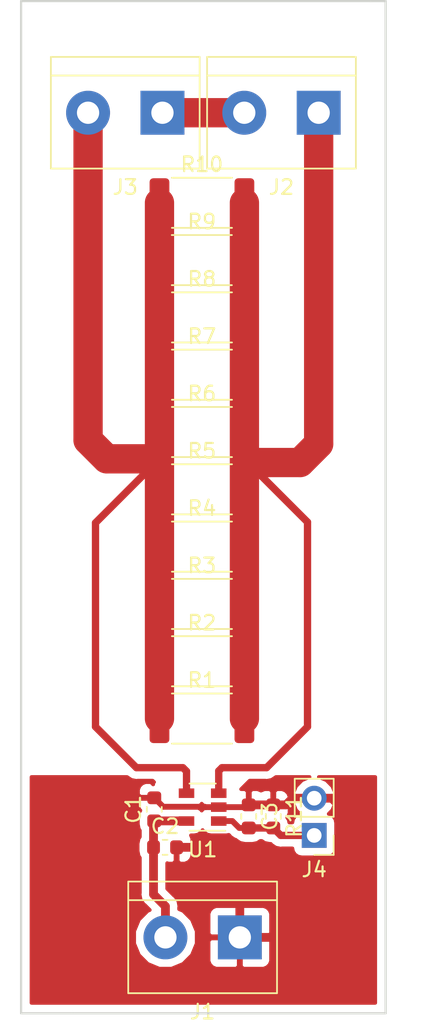
<source format=kicad_pcb>
(kicad_pcb (version 20171130) (host pcbnew "(5.0.0)")

  (general
    (thickness 1.6)
    (drawings 6)
    (tracks 60)
    (zones 0)
    (modules 19)
    (nets 7)
  )

  (page A4)
  (layers
    (0 F.Cu signal)
    (31 B.Cu signal)
    (32 B.Adhes user)
    (33 F.Adhes user)
    (34 B.Paste user)
    (35 F.Paste user)
    (36 B.SilkS user)
    (37 F.SilkS user)
    (38 B.Mask user)
    (39 F.Mask user)
    (40 Dwgs.User user)
    (41 Cmts.User user)
    (42 Eco1.User user)
    (43 Eco2.User user)
    (44 Edge.Cuts user)
    (45 Margin user)
    (46 B.CrtYd user)
    (47 F.CrtYd user)
    (48 B.Fab user)
    (49 F.Fab user)
  )

  (setup
    (last_trace_width 0.4)
    (trace_clearance 0.4)
    (zone_clearance 0.508)
    (zone_45_only no)
    (trace_min 0.4)
    (segment_width 0.2)
    (edge_width 0.15)
    (via_size 0.8)
    (via_drill 0.4)
    (via_min_size 0.4)
    (via_min_drill 0.3)
    (uvia_size 0.3)
    (uvia_drill 0.1)
    (uvias_allowed no)
    (uvia_min_size 0.2)
    (uvia_min_drill 0.1)
    (pcb_text_width 0.3)
    (pcb_text_size 1.5 1.5)
    (mod_edge_width 0.15)
    (mod_text_size 1 1)
    (mod_text_width 0.15)
    (pad_size 1.524 1.524)
    (pad_drill 0.762)
    (pad_to_mask_clearance 0.2)
    (aux_axis_origin 0 0)
    (visible_elements 7FFFFFFF)
    (pcbplotparams
      (layerselection 0x010fc_ffffffff)
      (usegerberextensions false)
      (usegerberattributes false)
      (usegerberadvancedattributes false)
      (creategerberjobfile false)
      (excludeedgelayer true)
      (linewidth 0.100000)
      (plotframeref false)
      (viasonmask false)
      (mode 1)
      (useauxorigin false)
      (hpglpennumber 1)
      (hpglpenspeed 20)
      (hpglpendiameter 15.000000)
      (psnegative false)
      (psa4output false)
      (plotreference true)
      (plotvalue true)
      (plotinvisibletext false)
      (padsonsilk false)
      (subtractmaskfromsilk false)
      (outputformat 1)
      (mirror false)
      (drillshape 1)
      (scaleselection 1)
      (outputdirectory ""))
  )

  (net 0 "")
  (net 1 VCC)
  (net 2 GND)
  (net 3 "Net-(J2-Pad2)")
  (net 4 /VOUT)
  (net 5 /I+)
  (net 6 /I-)

  (net_class Default "This is the default net class."
    (clearance 0.4)
    (trace_width 0.4)
    (via_dia 0.8)
    (via_drill 0.4)
    (uvia_dia 0.3)
    (uvia_drill 0.1)
    (diff_pair_gap 0.4)
    (diff_pair_width 0.5)
    (add_net /I+)
    (add_net /I-)
    (add_net /VOUT)
    (add_net GND)
    (add_net "Net-(J2-Pad2)")
    (add_net VCC)
  )

  (module Capacitor_SMD:C_0603_1608Metric (layer F.Cu) (tedit 5B301BBE) (tstamp 5BC71E4D)
    (at 133.5532 140.5128 90)
    (descr "Capacitor SMD 0603 (1608 Metric), square (rectangular) end terminal, IPC_7351 nominal, (Body size source: http://www.tortai-tech.com/upload/download/2011102023233369053.pdf), generated with kicad-footprint-generator")
    (tags capacitor)
    (path /5BBB88D5)
    (attr smd)
    (fp_text reference C1 (at 0 -1.43 90) (layer F.SilkS)
      (effects (font (size 1 1) (thickness 0.15)))
    )
    (fp_text value C (at 0 1.43 90) (layer F.Fab)
      (effects (font (size 1 1) (thickness 0.15)))
    )
    (fp_line (start -0.8 0.4) (end -0.8 -0.4) (layer F.Fab) (width 0.1))
    (fp_line (start -0.8 -0.4) (end 0.8 -0.4) (layer F.Fab) (width 0.1))
    (fp_line (start 0.8 -0.4) (end 0.8 0.4) (layer F.Fab) (width 0.1))
    (fp_line (start 0.8 0.4) (end -0.8 0.4) (layer F.Fab) (width 0.1))
    (fp_line (start -0.162779 -0.51) (end 0.162779 -0.51) (layer F.SilkS) (width 0.12))
    (fp_line (start -0.162779 0.51) (end 0.162779 0.51) (layer F.SilkS) (width 0.12))
    (fp_line (start -1.48 0.73) (end -1.48 -0.73) (layer F.CrtYd) (width 0.05))
    (fp_line (start -1.48 -0.73) (end 1.48 -0.73) (layer F.CrtYd) (width 0.05))
    (fp_line (start 1.48 -0.73) (end 1.48 0.73) (layer F.CrtYd) (width 0.05))
    (fp_line (start 1.48 0.73) (end -1.48 0.73) (layer F.CrtYd) (width 0.05))
    (fp_text user %R (at 0 0 90) (layer F.Fab)
      (effects (font (size 0.4 0.4) (thickness 0.06)))
    )
    (pad 1 smd roundrect (at -0.7875 0 90) (size 0.875 0.95) (layers F.Cu F.Paste F.Mask) (roundrect_rratio 0.25)
      (net 1 VCC))
    (pad 2 smd roundrect (at 0.7875 0 90) (size 0.875 0.95) (layers F.Cu F.Paste F.Mask) (roundrect_rratio 0.25)
      (net 2 GND))
    (model ${KISYS3DMOD}/Capacitor_SMD.3dshapes/C_0603_1608Metric.wrl
      (at (xyz 0 0 0))
      (scale (xyz 1 1 1))
      (rotate (xyz 0 0 0))
    )
  )

  (module Capacitor_SMD:C_0603_1608Metric (layer F.Cu) (tedit 5B301BBE) (tstamp 5BC71FE2)
    (at 134.2899 143.1036)
    (descr "Capacitor SMD 0603 (1608 Metric), square (rectangular) end terminal, IPC_7351 nominal, (Body size source: http://www.tortai-tech.com/upload/download/2011102023233369053.pdf), generated with kicad-footprint-generator")
    (tags capacitor)
    (path /5BBB872D)
    (attr smd)
    (fp_text reference C2 (at 0 -1.43) (layer F.SilkS)
      (effects (font (size 1 1) (thickness 0.15)))
    )
    (fp_text value C (at 0 1.43) (layer F.Fab)
      (effects (font (size 1 1) (thickness 0.15)))
    )
    (fp_text user %R (at 0 0) (layer F.Fab)
      (effects (font (size 0.4 0.4) (thickness 0.06)))
    )
    (fp_line (start 1.48 0.73) (end -1.48 0.73) (layer F.CrtYd) (width 0.05))
    (fp_line (start 1.48 -0.73) (end 1.48 0.73) (layer F.CrtYd) (width 0.05))
    (fp_line (start -1.48 -0.73) (end 1.48 -0.73) (layer F.CrtYd) (width 0.05))
    (fp_line (start -1.48 0.73) (end -1.48 -0.73) (layer F.CrtYd) (width 0.05))
    (fp_line (start -0.162779 0.51) (end 0.162779 0.51) (layer F.SilkS) (width 0.12))
    (fp_line (start -0.162779 -0.51) (end 0.162779 -0.51) (layer F.SilkS) (width 0.12))
    (fp_line (start 0.8 0.4) (end -0.8 0.4) (layer F.Fab) (width 0.1))
    (fp_line (start 0.8 -0.4) (end 0.8 0.4) (layer F.Fab) (width 0.1))
    (fp_line (start -0.8 -0.4) (end 0.8 -0.4) (layer F.Fab) (width 0.1))
    (fp_line (start -0.8 0.4) (end -0.8 -0.4) (layer F.Fab) (width 0.1))
    (pad 2 smd roundrect (at 0.7875 0) (size 0.875 0.95) (layers F.Cu F.Paste F.Mask) (roundrect_rratio 0.25)
      (net 2 GND))
    (pad 1 smd roundrect (at -0.7875 0) (size 0.875 0.95) (layers F.Cu F.Paste F.Mask) (roundrect_rratio 0.25)
      (net 1 VCC))
    (model ${KISYS3DMOD}/Capacitor_SMD.3dshapes/C_0603_1608Metric.wrl
      (at (xyz 0 0 0))
      (scale (xyz 1 1 1))
      (rotate (xyz 0 0 0))
    )
  )

  (module Capacitor_SMD:C_0603_1608Metric (layer F.Cu) (tedit 5B301BBE) (tstamp 5BC71D8D)
    (at 140.0048 140.9953 270)
    (descr "Capacitor SMD 0603 (1608 Metric), square (rectangular) end terminal, IPC_7351 nominal, (Body size source: http://www.tortai-tech.com/upload/download/2011102023233369053.pdf), generated with kicad-footprint-generator")
    (tags capacitor)
    (path /5BBB1122)
    (attr smd)
    (fp_text reference C3 (at 0 -1.43 270) (layer F.SilkS)
      (effects (font (size 1 1) (thickness 0.15)))
    )
    (fp_text value C (at 0 1.43 270) (layer F.Fab)
      (effects (font (size 1 1) (thickness 0.15)))
    )
    (fp_line (start -0.8 0.4) (end -0.8 -0.4) (layer F.Fab) (width 0.1))
    (fp_line (start -0.8 -0.4) (end 0.8 -0.4) (layer F.Fab) (width 0.1))
    (fp_line (start 0.8 -0.4) (end 0.8 0.4) (layer F.Fab) (width 0.1))
    (fp_line (start 0.8 0.4) (end -0.8 0.4) (layer F.Fab) (width 0.1))
    (fp_line (start -0.162779 -0.51) (end 0.162779 -0.51) (layer F.SilkS) (width 0.12))
    (fp_line (start -0.162779 0.51) (end 0.162779 0.51) (layer F.SilkS) (width 0.12))
    (fp_line (start -1.48 0.73) (end -1.48 -0.73) (layer F.CrtYd) (width 0.05))
    (fp_line (start -1.48 -0.73) (end 1.48 -0.73) (layer F.CrtYd) (width 0.05))
    (fp_line (start 1.48 -0.73) (end 1.48 0.73) (layer F.CrtYd) (width 0.05))
    (fp_line (start 1.48 0.73) (end -1.48 0.73) (layer F.CrtYd) (width 0.05))
    (fp_text user %R (at 0 0 270) (layer F.Fab)
      (effects (font (size 0.4 0.4) (thickness 0.06)))
    )
    (pad 1 smd roundrect (at -0.7875 0 270) (size 0.875 0.95) (layers F.Cu F.Paste F.Mask) (roundrect_rratio 0.25)
      (net 2 GND))
    (pad 2 smd roundrect (at 0.7875 0 270) (size 0.875 0.95) (layers F.Cu F.Paste F.Mask) (roundrect_rratio 0.25)
      (net 4 /VOUT))
    (model ${KISYS3DMOD}/Capacitor_SMD.3dshapes/C_0603_1608Metric.wrl
      (at (xyz 0 0 0))
      (scale (xyz 1 1 1))
      (rotate (xyz 0 0 0))
    )
  )

  (module TerminalBlock:TerminalBlock_bornier-2_P5.08mm (layer F.Cu) (tedit 59FF03AB) (tstamp 5BC71C17)
    (at 139.3952 149.2504 180)
    (descr "simple 2-pin terminal block, pitch 5.08mm, revamped version of bornier2")
    (tags "terminal block bornier2")
    (path /5BBB102C)
    (fp_text reference J1 (at 2.54 -5.08 180) (layer F.SilkS)
      (effects (font (size 1 1) (thickness 0.15)))
    )
    (fp_text value Screw_Terminal_01x02 (at 2.54 5.08 180) (layer F.Fab)
      (effects (font (size 1 1) (thickness 0.15)))
    )
    (fp_text user %R (at 2.54 0 180) (layer F.Fab)
      (effects (font (size 1 1) (thickness 0.15)))
    )
    (fp_line (start -2.41 2.55) (end 7.49 2.55) (layer F.Fab) (width 0.1))
    (fp_line (start -2.46 -3.75) (end -2.46 3.75) (layer F.Fab) (width 0.1))
    (fp_line (start -2.46 3.75) (end 7.54 3.75) (layer F.Fab) (width 0.1))
    (fp_line (start 7.54 3.75) (end 7.54 -3.75) (layer F.Fab) (width 0.1))
    (fp_line (start 7.54 -3.75) (end -2.46 -3.75) (layer F.Fab) (width 0.1))
    (fp_line (start 7.62 2.54) (end -2.54 2.54) (layer F.SilkS) (width 0.12))
    (fp_line (start 7.62 3.81) (end 7.62 -3.81) (layer F.SilkS) (width 0.12))
    (fp_line (start 7.62 -3.81) (end -2.54 -3.81) (layer F.SilkS) (width 0.12))
    (fp_line (start -2.54 -3.81) (end -2.54 3.81) (layer F.SilkS) (width 0.12))
    (fp_line (start -2.54 3.81) (end 7.62 3.81) (layer F.SilkS) (width 0.12))
    (fp_line (start -2.71 -4) (end 7.79 -4) (layer F.CrtYd) (width 0.05))
    (fp_line (start -2.71 -4) (end -2.71 4) (layer F.CrtYd) (width 0.05))
    (fp_line (start 7.79 4) (end 7.79 -4) (layer F.CrtYd) (width 0.05))
    (fp_line (start 7.79 4) (end -2.71 4) (layer F.CrtYd) (width 0.05))
    (pad 1 thru_hole rect (at 0 0 180) (size 3 3) (drill 1.52) (layers *.Cu *.Mask)
      (net 2 GND))
    (pad 2 thru_hole circle (at 5.08 0 180) (size 3 3) (drill 1.52) (layers *.Cu *.Mask)
      (net 1 VCC))
    (model ${KISYS3DMOD}/TerminalBlock.3dshapes/TerminalBlock_bornier-2_P5.08mm.wrl
      (offset (xyz 2.539999961853027 0 0))
      (scale (xyz 1 1 1))
      (rotate (xyz 0 0 0))
    )
  )

  (module TerminalBlock:TerminalBlock_bornier-2_P5.08mm (layer F.Cu) (tedit 59FF03AB) (tstamp 5BC71EE7)
    (at 144.78 92.964 180)
    (descr "simple 2-pin terminal block, pitch 5.08mm, revamped version of bornier2")
    (tags "terminal block bornier2")
    (path /5BBB0E48)
    (fp_text reference J2 (at 2.54 -5.08 180) (layer F.SilkS)
      (effects (font (size 1 1) (thickness 0.15)))
    )
    (fp_text value Screw_Terminal_01x02 (at 2.54 5.08 180) (layer F.Fab)
      (effects (font (size 1 1) (thickness 0.15)))
    )
    (fp_text user %R (at 2.54 0 180) (layer F.Fab)
      (effects (font (size 1 1) (thickness 0.15)))
    )
    (fp_line (start -2.41 2.55) (end 7.49 2.55) (layer F.Fab) (width 0.1))
    (fp_line (start -2.46 -3.75) (end -2.46 3.75) (layer F.Fab) (width 0.1))
    (fp_line (start -2.46 3.75) (end 7.54 3.75) (layer F.Fab) (width 0.1))
    (fp_line (start 7.54 3.75) (end 7.54 -3.75) (layer F.Fab) (width 0.1))
    (fp_line (start 7.54 -3.75) (end -2.46 -3.75) (layer F.Fab) (width 0.1))
    (fp_line (start 7.62 2.54) (end -2.54 2.54) (layer F.SilkS) (width 0.12))
    (fp_line (start 7.62 3.81) (end 7.62 -3.81) (layer F.SilkS) (width 0.12))
    (fp_line (start 7.62 -3.81) (end -2.54 -3.81) (layer F.SilkS) (width 0.12))
    (fp_line (start -2.54 -3.81) (end -2.54 3.81) (layer F.SilkS) (width 0.12))
    (fp_line (start -2.54 3.81) (end 7.62 3.81) (layer F.SilkS) (width 0.12))
    (fp_line (start -2.71 -4) (end 7.79 -4) (layer F.CrtYd) (width 0.05))
    (fp_line (start -2.71 -4) (end -2.71 4) (layer F.CrtYd) (width 0.05))
    (fp_line (start 7.79 4) (end 7.79 -4) (layer F.CrtYd) (width 0.05))
    (fp_line (start 7.79 4) (end -2.71 4) (layer F.CrtYd) (width 0.05))
    (pad 1 thru_hole rect (at 0 0 180) (size 3 3) (drill 1.52) (layers *.Cu *.Mask)
      (net 5 /I+))
    (pad 2 thru_hole circle (at 5.08 0 180) (size 3 3) (drill 1.52) (layers *.Cu *.Mask)
      (net 3 "Net-(J2-Pad2)"))
    (model ${KISYS3DMOD}/TerminalBlock.3dshapes/TerminalBlock_bornier-2_P5.08mm.wrl
      (offset (xyz 2.539999961853027 0 0))
      (scale (xyz 1 1 1))
      (rotate (xyz 0 0 0))
    )
  )

  (module TerminalBlock:TerminalBlock_bornier-2_P5.08mm (layer F.Cu) (tedit 59FF03AB) (tstamp 5BC71B7B)
    (at 134.112 92.964 180)
    (descr "simple 2-pin terminal block, pitch 5.08mm, revamped version of bornier2")
    (tags "terminal block bornier2")
    (path /5BBB0FC6)
    (fp_text reference J3 (at 2.54 -5.08 180) (layer F.SilkS)
      (effects (font (size 1 1) (thickness 0.15)))
    )
    (fp_text value Screw_Terminal_01x02 (at 2.54 5.08 180) (layer F.Fab)
      (effects (font (size 1 1) (thickness 0.15)))
    )
    (fp_line (start 7.79 4) (end -2.71 4) (layer F.CrtYd) (width 0.05))
    (fp_line (start 7.79 4) (end 7.79 -4) (layer F.CrtYd) (width 0.05))
    (fp_line (start -2.71 -4) (end -2.71 4) (layer F.CrtYd) (width 0.05))
    (fp_line (start -2.71 -4) (end 7.79 -4) (layer F.CrtYd) (width 0.05))
    (fp_line (start -2.54 3.81) (end 7.62 3.81) (layer F.SilkS) (width 0.12))
    (fp_line (start -2.54 -3.81) (end -2.54 3.81) (layer F.SilkS) (width 0.12))
    (fp_line (start 7.62 -3.81) (end -2.54 -3.81) (layer F.SilkS) (width 0.12))
    (fp_line (start 7.62 3.81) (end 7.62 -3.81) (layer F.SilkS) (width 0.12))
    (fp_line (start 7.62 2.54) (end -2.54 2.54) (layer F.SilkS) (width 0.12))
    (fp_line (start 7.54 -3.75) (end -2.46 -3.75) (layer F.Fab) (width 0.1))
    (fp_line (start 7.54 3.75) (end 7.54 -3.75) (layer F.Fab) (width 0.1))
    (fp_line (start -2.46 3.75) (end 7.54 3.75) (layer F.Fab) (width 0.1))
    (fp_line (start -2.46 -3.75) (end -2.46 3.75) (layer F.Fab) (width 0.1))
    (fp_line (start -2.41 2.55) (end 7.49 2.55) (layer F.Fab) (width 0.1))
    (fp_text user %R (at 2.54 0 180) (layer F.Fab)
      (effects (font (size 1 1) (thickness 0.15)))
    )
    (pad 2 thru_hole circle (at 5.08 0 180) (size 3 3) (drill 1.52) (layers *.Cu *.Mask)
      (net 6 /I-))
    (pad 1 thru_hole rect (at 0 0 180) (size 3 3) (drill 1.52) (layers *.Cu *.Mask)
      (net 3 "Net-(J2-Pad2)"))
    (model ${KISYS3DMOD}/TerminalBlock.3dshapes/TerminalBlock_bornier-2_P5.08mm.wrl
      (offset (xyz 2.539999961853027 0 0))
      (scale (xyz 1 1 1))
      (rotate (xyz 0 0 0))
    )
  )

  (module Resistor_SMD:R_2512_6332Metric (layer F.Cu) (tedit 5B301BBD) (tstamp 5BC71D5D)
    (at 136.8088 134.3152)
    (descr "Resistor SMD 2512 (6332 Metric), square (rectangular) end terminal, IPC_7351 nominal, (Body size source: http://www.tortai-tech.com/upload/download/2011102023233369053.pdf), generated with kicad-footprint-generator")
    (tags resistor)
    (path /5BBACF5F)
    (attr smd)
    (fp_text reference R1 (at 0 -2.62) (layer F.SilkS)
      (effects (font (size 1 1) (thickness 0.15)))
    )
    (fp_text value R (at 0 2.62) (layer F.Fab)
      (effects (font (size 1 1) (thickness 0.15)))
    )
    (fp_text user %R (at 0 0) (layer F.Fab)
      (effects (font (size 1 1) (thickness 0.15)))
    )
    (fp_line (start 3.82 1.92) (end -3.82 1.92) (layer F.CrtYd) (width 0.05))
    (fp_line (start 3.82 -1.92) (end 3.82 1.92) (layer F.CrtYd) (width 0.05))
    (fp_line (start -3.82 -1.92) (end 3.82 -1.92) (layer F.CrtYd) (width 0.05))
    (fp_line (start -3.82 1.92) (end -3.82 -1.92) (layer F.CrtYd) (width 0.05))
    (fp_line (start -2.052064 1.71) (end 2.052064 1.71) (layer F.SilkS) (width 0.12))
    (fp_line (start -2.052064 -1.71) (end 2.052064 -1.71) (layer F.SilkS) (width 0.12))
    (fp_line (start 3.15 1.6) (end -3.15 1.6) (layer F.Fab) (width 0.1))
    (fp_line (start 3.15 -1.6) (end 3.15 1.6) (layer F.Fab) (width 0.1))
    (fp_line (start -3.15 -1.6) (end 3.15 -1.6) (layer F.Fab) (width 0.1))
    (fp_line (start -3.15 1.6) (end -3.15 -1.6) (layer F.Fab) (width 0.1))
    (pad 2 smd roundrect (at 2.9 0) (size 1.35 3.35) (layers F.Cu F.Paste F.Mask) (roundrect_rratio 0.185185)
      (net 5 /I+))
    (pad 1 smd roundrect (at -2.9 0) (size 1.35 3.35) (layers F.Cu F.Paste F.Mask) (roundrect_rratio 0.185185)
      (net 6 /I-))
    (model ${KISYS3DMOD}/Resistor_SMD.3dshapes/R_2512_6332Metric.wrl
      (at (xyz 0 0 0))
      (scale (xyz 1 1 1))
      (rotate (xyz 0 0 0))
    )
  )

  (module Resistor_SMD:R_2512_6332Metric (layer F.Cu) (tedit 5B301BBD) (tstamp 5BC71D2D)
    (at 136.8088 130.4036)
    (descr "Resistor SMD 2512 (6332 Metric), square (rectangular) end terminal, IPC_7351 nominal, (Body size source: http://www.tortai-tech.com/upload/download/2011102023233369053.pdf), generated with kicad-footprint-generator")
    (tags resistor)
    (path /5BBACF36)
    (attr smd)
    (fp_text reference R2 (at 0 -2.62) (layer F.SilkS)
      (effects (font (size 1 1) (thickness 0.15)))
    )
    (fp_text value R (at 0 2.62) (layer F.Fab)
      (effects (font (size 1 1) (thickness 0.15)))
    )
    (fp_line (start -3.15 1.6) (end -3.15 -1.6) (layer F.Fab) (width 0.1))
    (fp_line (start -3.15 -1.6) (end 3.15 -1.6) (layer F.Fab) (width 0.1))
    (fp_line (start 3.15 -1.6) (end 3.15 1.6) (layer F.Fab) (width 0.1))
    (fp_line (start 3.15 1.6) (end -3.15 1.6) (layer F.Fab) (width 0.1))
    (fp_line (start -2.052064 -1.71) (end 2.052064 -1.71) (layer F.SilkS) (width 0.12))
    (fp_line (start -2.052064 1.71) (end 2.052064 1.71) (layer F.SilkS) (width 0.12))
    (fp_line (start -3.82 1.92) (end -3.82 -1.92) (layer F.CrtYd) (width 0.05))
    (fp_line (start -3.82 -1.92) (end 3.82 -1.92) (layer F.CrtYd) (width 0.05))
    (fp_line (start 3.82 -1.92) (end 3.82 1.92) (layer F.CrtYd) (width 0.05))
    (fp_line (start 3.82 1.92) (end -3.82 1.92) (layer F.CrtYd) (width 0.05))
    (fp_text user %R (at 0 0) (layer F.Fab)
      (effects (font (size 1 1) (thickness 0.15)))
    )
    (pad 1 smd roundrect (at -2.9 0) (size 1.35 3.35) (layers F.Cu F.Paste F.Mask) (roundrect_rratio 0.185185)
      (net 6 /I-))
    (pad 2 smd roundrect (at 2.9 0) (size 1.35 3.35) (layers F.Cu F.Paste F.Mask) (roundrect_rratio 0.185185)
      (net 5 /I+))
    (model ${KISYS3DMOD}/Resistor_SMD.3dshapes/R_2512_6332Metric.wrl
      (at (xyz 0 0 0))
      (scale (xyz 1 1 1))
      (rotate (xyz 0 0 0))
    )
  )

  (module Resistor_SMD:R_2512_6332Metric (layer F.Cu) (tedit 5B301BBD) (tstamp 5BC71BE3)
    (at 136.8088 126.492)
    (descr "Resistor SMD 2512 (6332 Metric), square (rectangular) end terminal, IPC_7351 nominal, (Body size source: http://www.tortai-tech.com/upload/download/2011102023233369053.pdf), generated with kicad-footprint-generator")
    (tags resistor)
    (path /5BBACF0F)
    (attr smd)
    (fp_text reference R3 (at 0 -2.62) (layer F.SilkS)
      (effects (font (size 1 1) (thickness 0.15)))
    )
    (fp_text value R (at 0 2.62) (layer F.Fab)
      (effects (font (size 1 1) (thickness 0.15)))
    )
    (fp_text user %R (at 0 0) (layer F.Fab)
      (effects (font (size 1 1) (thickness 0.15)))
    )
    (fp_line (start 3.82 1.92) (end -3.82 1.92) (layer F.CrtYd) (width 0.05))
    (fp_line (start 3.82 -1.92) (end 3.82 1.92) (layer F.CrtYd) (width 0.05))
    (fp_line (start -3.82 -1.92) (end 3.82 -1.92) (layer F.CrtYd) (width 0.05))
    (fp_line (start -3.82 1.92) (end -3.82 -1.92) (layer F.CrtYd) (width 0.05))
    (fp_line (start -2.052064 1.71) (end 2.052064 1.71) (layer F.SilkS) (width 0.12))
    (fp_line (start -2.052064 -1.71) (end 2.052064 -1.71) (layer F.SilkS) (width 0.12))
    (fp_line (start 3.15 1.6) (end -3.15 1.6) (layer F.Fab) (width 0.1))
    (fp_line (start 3.15 -1.6) (end 3.15 1.6) (layer F.Fab) (width 0.1))
    (fp_line (start -3.15 -1.6) (end 3.15 -1.6) (layer F.Fab) (width 0.1))
    (fp_line (start -3.15 1.6) (end -3.15 -1.6) (layer F.Fab) (width 0.1))
    (pad 2 smd roundrect (at 2.9 0) (size 1.35 3.35) (layers F.Cu F.Paste F.Mask) (roundrect_rratio 0.185185)
      (net 5 /I+))
    (pad 1 smd roundrect (at -2.9 0) (size 1.35 3.35) (layers F.Cu F.Paste F.Mask) (roundrect_rratio 0.185185)
      (net 6 /I-))
    (model ${KISYS3DMOD}/Resistor_SMD.3dshapes/R_2512_6332Metric.wrl
      (at (xyz 0 0 0))
      (scale (xyz 1 1 1))
      (rotate (xyz 0 0 0))
    )
  )

  (module Resistor_SMD:R_2512_6332Metric (layer F.Cu) (tedit 5B301BBD) (tstamp 5BC71E1D)
    (at 136.8088 122.5804)
    (descr "Resistor SMD 2512 (6332 Metric), square (rectangular) end terminal, IPC_7351 nominal, (Body size source: http://www.tortai-tech.com/upload/download/2011102023233369053.pdf), generated with kicad-footprint-generator")
    (tags resistor)
    (path /5BBACEEA)
    (attr smd)
    (fp_text reference R4 (at 0 -2.62) (layer F.SilkS)
      (effects (font (size 1 1) (thickness 0.15)))
    )
    (fp_text value R (at 0 2.62) (layer F.Fab)
      (effects (font (size 1 1) (thickness 0.15)))
    )
    (fp_line (start -3.15 1.6) (end -3.15 -1.6) (layer F.Fab) (width 0.1))
    (fp_line (start -3.15 -1.6) (end 3.15 -1.6) (layer F.Fab) (width 0.1))
    (fp_line (start 3.15 -1.6) (end 3.15 1.6) (layer F.Fab) (width 0.1))
    (fp_line (start 3.15 1.6) (end -3.15 1.6) (layer F.Fab) (width 0.1))
    (fp_line (start -2.052064 -1.71) (end 2.052064 -1.71) (layer F.SilkS) (width 0.12))
    (fp_line (start -2.052064 1.71) (end 2.052064 1.71) (layer F.SilkS) (width 0.12))
    (fp_line (start -3.82 1.92) (end -3.82 -1.92) (layer F.CrtYd) (width 0.05))
    (fp_line (start -3.82 -1.92) (end 3.82 -1.92) (layer F.CrtYd) (width 0.05))
    (fp_line (start 3.82 -1.92) (end 3.82 1.92) (layer F.CrtYd) (width 0.05))
    (fp_line (start 3.82 1.92) (end -3.82 1.92) (layer F.CrtYd) (width 0.05))
    (fp_text user %R (at 0 0) (layer F.Fab)
      (effects (font (size 1 1) (thickness 0.15)))
    )
    (pad 1 smd roundrect (at -2.9 0) (size 1.35 3.35) (layers F.Cu F.Paste F.Mask) (roundrect_rratio 0.185185)
      (net 6 /I-))
    (pad 2 smd roundrect (at 2.9 0) (size 1.35 3.35) (layers F.Cu F.Paste F.Mask) (roundrect_rratio 0.185185)
      (net 5 /I+))
    (model ${KISYS3DMOD}/Resistor_SMD.3dshapes/R_2512_6332Metric.wrl
      (at (xyz 0 0 0))
      (scale (xyz 1 1 1))
      (rotate (xyz 0 0 0))
    )
  )

  (module Resistor_SMD:R_2512_6332Metric (layer F.Cu) (tedit 5B301BBD) (tstamp 5BC71B17)
    (at 136.8088 118.6688)
    (descr "Resistor SMD 2512 (6332 Metric), square (rectangular) end terminal, IPC_7351 nominal, (Body size source: http://www.tortai-tech.com/upload/download/2011102023233369053.pdf), generated with kicad-footprint-generator")
    (tags resistor)
    (path /5BBACEC7)
    (attr smd)
    (fp_text reference R5 (at 0 -2.62) (layer F.SilkS)
      (effects (font (size 1 1) (thickness 0.15)))
    )
    (fp_text value R (at 0 2.62) (layer F.Fab)
      (effects (font (size 1 1) (thickness 0.15)))
    )
    (fp_text user %R (at 0 0) (layer F.Fab)
      (effects (font (size 1 1) (thickness 0.15)))
    )
    (fp_line (start 3.82 1.92) (end -3.82 1.92) (layer F.CrtYd) (width 0.05))
    (fp_line (start 3.82 -1.92) (end 3.82 1.92) (layer F.CrtYd) (width 0.05))
    (fp_line (start -3.82 -1.92) (end 3.82 -1.92) (layer F.CrtYd) (width 0.05))
    (fp_line (start -3.82 1.92) (end -3.82 -1.92) (layer F.CrtYd) (width 0.05))
    (fp_line (start -2.052064 1.71) (end 2.052064 1.71) (layer F.SilkS) (width 0.12))
    (fp_line (start -2.052064 -1.71) (end 2.052064 -1.71) (layer F.SilkS) (width 0.12))
    (fp_line (start 3.15 1.6) (end -3.15 1.6) (layer F.Fab) (width 0.1))
    (fp_line (start 3.15 -1.6) (end 3.15 1.6) (layer F.Fab) (width 0.1))
    (fp_line (start -3.15 -1.6) (end 3.15 -1.6) (layer F.Fab) (width 0.1))
    (fp_line (start -3.15 1.6) (end -3.15 -1.6) (layer F.Fab) (width 0.1))
    (pad 2 smd roundrect (at 2.9 0) (size 1.35 3.35) (layers F.Cu F.Paste F.Mask) (roundrect_rratio 0.185185)
      (net 5 /I+))
    (pad 1 smd roundrect (at -2.9 0) (size 1.35 3.35) (layers F.Cu F.Paste F.Mask) (roundrect_rratio 0.185185)
      (net 6 /I-))
    (model ${KISYS3DMOD}/Resistor_SMD.3dshapes/R_2512_6332Metric.wrl
      (at (xyz 0 0 0))
      (scale (xyz 1 1 1))
      (rotate (xyz 0 0 0))
    )
  )

  (module Resistor_SMD:R_2512_6332Metric (layer F.Cu) (tedit 5B301BBD) (tstamp 5BC71BB3)
    (at 136.8088 114.7572)
    (descr "Resistor SMD 2512 (6332 Metric), square (rectangular) end terminal, IPC_7351 nominal, (Body size source: http://www.tortai-tech.com/upload/download/2011102023233369053.pdf), generated with kicad-footprint-generator")
    (tags resistor)
    (path /5BBACEA6)
    (attr smd)
    (fp_text reference R6 (at 0 -2.62) (layer F.SilkS)
      (effects (font (size 1 1) (thickness 0.15)))
    )
    (fp_text value R (at 0 2.62) (layer F.Fab)
      (effects (font (size 1 1) (thickness 0.15)))
    )
    (fp_line (start -3.15 1.6) (end -3.15 -1.6) (layer F.Fab) (width 0.1))
    (fp_line (start -3.15 -1.6) (end 3.15 -1.6) (layer F.Fab) (width 0.1))
    (fp_line (start 3.15 -1.6) (end 3.15 1.6) (layer F.Fab) (width 0.1))
    (fp_line (start 3.15 1.6) (end -3.15 1.6) (layer F.Fab) (width 0.1))
    (fp_line (start -2.052064 -1.71) (end 2.052064 -1.71) (layer F.SilkS) (width 0.12))
    (fp_line (start -2.052064 1.71) (end 2.052064 1.71) (layer F.SilkS) (width 0.12))
    (fp_line (start -3.82 1.92) (end -3.82 -1.92) (layer F.CrtYd) (width 0.05))
    (fp_line (start -3.82 -1.92) (end 3.82 -1.92) (layer F.CrtYd) (width 0.05))
    (fp_line (start 3.82 -1.92) (end 3.82 1.92) (layer F.CrtYd) (width 0.05))
    (fp_line (start 3.82 1.92) (end -3.82 1.92) (layer F.CrtYd) (width 0.05))
    (fp_text user %R (at 0 0) (layer F.Fab)
      (effects (font (size 1 1) (thickness 0.15)))
    )
    (pad 1 smd roundrect (at -2.9 0) (size 1.35 3.35) (layers F.Cu F.Paste F.Mask) (roundrect_rratio 0.185185)
      (net 6 /I-))
    (pad 2 smd roundrect (at 2.9 0) (size 1.35 3.35) (layers F.Cu F.Paste F.Mask) (roundrect_rratio 0.185185)
      (net 5 /I+))
    (model ${KISYS3DMOD}/Resistor_SMD.3dshapes/R_2512_6332Metric.wrl
      (at (xyz 0 0 0))
      (scale (xyz 1 1 1))
      (rotate (xyz 0 0 0))
    )
  )

  (module Resistor_SMD:R_2512_6332Metric (layer F.Cu) (tedit 5B301BBD) (tstamp 5BC71AE7)
    (at 136.8088 110.8456)
    (descr "Resistor SMD 2512 (6332 Metric), square (rectangular) end terminal, IPC_7351 nominal, (Body size source: http://www.tortai-tech.com/upload/download/2011102023233369053.pdf), generated with kicad-footprint-generator")
    (tags resistor)
    (path /5BBACE89)
    (attr smd)
    (fp_text reference R7 (at 0 -2.62) (layer F.SilkS)
      (effects (font (size 1 1) (thickness 0.15)))
    )
    (fp_text value R (at 0 2.62) (layer F.Fab)
      (effects (font (size 1 1) (thickness 0.15)))
    )
    (fp_text user %R (at 0 0) (layer F.Fab)
      (effects (font (size 1 1) (thickness 0.15)))
    )
    (fp_line (start 3.82 1.92) (end -3.82 1.92) (layer F.CrtYd) (width 0.05))
    (fp_line (start 3.82 -1.92) (end 3.82 1.92) (layer F.CrtYd) (width 0.05))
    (fp_line (start -3.82 -1.92) (end 3.82 -1.92) (layer F.CrtYd) (width 0.05))
    (fp_line (start -3.82 1.92) (end -3.82 -1.92) (layer F.CrtYd) (width 0.05))
    (fp_line (start -2.052064 1.71) (end 2.052064 1.71) (layer F.SilkS) (width 0.12))
    (fp_line (start -2.052064 -1.71) (end 2.052064 -1.71) (layer F.SilkS) (width 0.12))
    (fp_line (start 3.15 1.6) (end -3.15 1.6) (layer F.Fab) (width 0.1))
    (fp_line (start 3.15 -1.6) (end 3.15 1.6) (layer F.Fab) (width 0.1))
    (fp_line (start -3.15 -1.6) (end 3.15 -1.6) (layer F.Fab) (width 0.1))
    (fp_line (start -3.15 1.6) (end -3.15 -1.6) (layer F.Fab) (width 0.1))
    (pad 2 smd roundrect (at 2.9 0) (size 1.35 3.35) (layers F.Cu F.Paste F.Mask) (roundrect_rratio 0.185185)
      (net 5 /I+))
    (pad 1 smd roundrect (at -2.9 0) (size 1.35 3.35) (layers F.Cu F.Paste F.Mask) (roundrect_rratio 0.185185)
      (net 6 /I-))
    (model ${KISYS3DMOD}/Resistor_SMD.3dshapes/R_2512_6332Metric.wrl
      (at (xyz 0 0 0))
      (scale (xyz 1 1 1))
      (rotate (xyz 0 0 0))
    )
  )

  (module Resistor_SMD:R_2512_6332Metric (layer F.Cu) (tedit 5B301BBD) (tstamp 5BC71B47)
    (at 136.8088 106.934)
    (descr "Resistor SMD 2512 (6332 Metric), square (rectangular) end terminal, IPC_7351 nominal, (Body size source: http://www.tortai-tech.com/upload/download/2011102023233369053.pdf), generated with kicad-footprint-generator")
    (tags resistor)
    (path /5BBACE6E)
    (attr smd)
    (fp_text reference R8 (at 0 -2.62) (layer F.SilkS)
      (effects (font (size 1 1) (thickness 0.15)))
    )
    (fp_text value R (at 0 2.62) (layer F.Fab)
      (effects (font (size 1 1) (thickness 0.15)))
    )
    (fp_line (start -3.15 1.6) (end -3.15 -1.6) (layer F.Fab) (width 0.1))
    (fp_line (start -3.15 -1.6) (end 3.15 -1.6) (layer F.Fab) (width 0.1))
    (fp_line (start 3.15 -1.6) (end 3.15 1.6) (layer F.Fab) (width 0.1))
    (fp_line (start 3.15 1.6) (end -3.15 1.6) (layer F.Fab) (width 0.1))
    (fp_line (start -2.052064 -1.71) (end 2.052064 -1.71) (layer F.SilkS) (width 0.12))
    (fp_line (start -2.052064 1.71) (end 2.052064 1.71) (layer F.SilkS) (width 0.12))
    (fp_line (start -3.82 1.92) (end -3.82 -1.92) (layer F.CrtYd) (width 0.05))
    (fp_line (start -3.82 -1.92) (end 3.82 -1.92) (layer F.CrtYd) (width 0.05))
    (fp_line (start 3.82 -1.92) (end 3.82 1.92) (layer F.CrtYd) (width 0.05))
    (fp_line (start 3.82 1.92) (end -3.82 1.92) (layer F.CrtYd) (width 0.05))
    (fp_text user %R (at 0 0) (layer F.Fab)
      (effects (font (size 1 1) (thickness 0.15)))
    )
    (pad 1 smd roundrect (at -2.9 0) (size 1.35 3.35) (layers F.Cu F.Paste F.Mask) (roundrect_rratio 0.185185)
      (net 6 /I-))
    (pad 2 smd roundrect (at 2.9 0) (size 1.35 3.35) (layers F.Cu F.Paste F.Mask) (roundrect_rratio 0.185185)
      (net 5 /I+))
    (model ${KISYS3DMOD}/Resistor_SMD.3dshapes/R_2512_6332Metric.wrl
      (at (xyz 0 0 0))
      (scale (xyz 1 1 1))
      (rotate (xyz 0 0 0))
    )
  )

  (module Resistor_SMD:R_2512_6332Metric (layer F.Cu) (tedit 5B301BBD) (tstamp 5BC71DED)
    (at 136.8 103.0224)
    (descr "Resistor SMD 2512 (6332 Metric), square (rectangular) end terminal, IPC_7351 nominal, (Body size source: http://www.tortai-tech.com/upload/download/2011102023233369053.pdf), generated with kicad-footprint-generator")
    (tags resistor)
    (path /5BBACE4D)
    (attr smd)
    (fp_text reference R9 (at 0 -2.62) (layer F.SilkS)
      (effects (font (size 1 1) (thickness 0.15)))
    )
    (fp_text value R (at 0 2.62) (layer F.Fab)
      (effects (font (size 1 1) (thickness 0.15)))
    )
    (fp_text user %R (at 0 0) (layer F.Fab)
      (effects (font (size 1 1) (thickness 0.15)))
    )
    (fp_line (start 3.82 1.92) (end -3.82 1.92) (layer F.CrtYd) (width 0.05))
    (fp_line (start 3.82 -1.92) (end 3.82 1.92) (layer F.CrtYd) (width 0.05))
    (fp_line (start -3.82 -1.92) (end 3.82 -1.92) (layer F.CrtYd) (width 0.05))
    (fp_line (start -3.82 1.92) (end -3.82 -1.92) (layer F.CrtYd) (width 0.05))
    (fp_line (start -2.052064 1.71) (end 2.052064 1.71) (layer F.SilkS) (width 0.12))
    (fp_line (start -2.052064 -1.71) (end 2.052064 -1.71) (layer F.SilkS) (width 0.12))
    (fp_line (start 3.15 1.6) (end -3.15 1.6) (layer F.Fab) (width 0.1))
    (fp_line (start 3.15 -1.6) (end 3.15 1.6) (layer F.Fab) (width 0.1))
    (fp_line (start -3.15 -1.6) (end 3.15 -1.6) (layer F.Fab) (width 0.1))
    (fp_line (start -3.15 1.6) (end -3.15 -1.6) (layer F.Fab) (width 0.1))
    (pad 2 smd roundrect (at 2.9 0) (size 1.35 3.35) (layers F.Cu F.Paste F.Mask) (roundrect_rratio 0.185185)
      (net 5 /I+))
    (pad 1 smd roundrect (at -2.9 0) (size 1.35 3.35) (layers F.Cu F.Paste F.Mask) (roundrect_rratio 0.185185)
      (net 6 /I-))
    (model ${KISYS3DMOD}/Resistor_SMD.3dshapes/R_2512_6332Metric.wrl
      (at (xyz 0 0 0))
      (scale (xyz 1 1 1))
      (rotate (xyz 0 0 0))
    )
  )

  (module Resistor_SMD:R_2512_6332Metric (layer F.Cu) (tedit 5B301BBD) (tstamp 5BBC1517)
    (at 136.8088 99.1108)
    (descr "Resistor SMD 2512 (6332 Metric), square (rectangular) end terminal, IPC_7351 nominal, (Body size source: http://www.tortai-tech.com/upload/download/2011102023233369053.pdf), generated with kicad-footprint-generator")
    (tags resistor)
    (path /5BBACDCE)
    (attr smd)
    (fp_text reference R10 (at 0 -2.62) (layer F.SilkS)
      (effects (font (size 1 1) (thickness 0.15)))
    )
    (fp_text value R (at 0 2.62) (layer F.Fab)
      (effects (font (size 1 1) (thickness 0.15)))
    )
    (fp_line (start -3.15 1.6) (end -3.15 -1.6) (layer F.Fab) (width 0.1))
    (fp_line (start -3.15 -1.6) (end 3.15 -1.6) (layer F.Fab) (width 0.1))
    (fp_line (start 3.15 -1.6) (end 3.15 1.6) (layer F.Fab) (width 0.1))
    (fp_line (start 3.15 1.6) (end -3.15 1.6) (layer F.Fab) (width 0.1))
    (fp_line (start -2.052064 -1.71) (end 2.052064 -1.71) (layer F.SilkS) (width 0.12))
    (fp_line (start -2.052064 1.71) (end 2.052064 1.71) (layer F.SilkS) (width 0.12))
    (fp_line (start -3.82 1.92) (end -3.82 -1.92) (layer F.CrtYd) (width 0.05))
    (fp_line (start -3.82 -1.92) (end 3.82 -1.92) (layer F.CrtYd) (width 0.05))
    (fp_line (start 3.82 -1.92) (end 3.82 1.92) (layer F.CrtYd) (width 0.05))
    (fp_line (start 3.82 1.92) (end -3.82 1.92) (layer F.CrtYd) (width 0.05))
    (fp_text user %R (at 0 0) (layer F.Fab)
      (effects (font (size 1 1) (thickness 0.15)))
    )
    (pad 1 smd roundrect (at -2.9 0) (size 1.35 3.35) (layers F.Cu F.Paste F.Mask) (roundrect_rratio 0.185185)
      (net 6 /I-))
    (pad 2 smd roundrect (at 2.9 0) (size 1.35 3.35) (layers F.Cu F.Paste F.Mask) (roundrect_rratio 0.185185)
      (net 5 /I+))
    (model ${KISYS3DMOD}/Resistor_SMD.3dshapes/R_2512_6332Metric.wrl
      (at (xyz 0 0 0))
      (scale (xyz 1 1 1))
      (rotate (xyz 0 0 0))
    )
  )

  (module Resistor_SMD:R_0603_1608Metric (layer F.Cu) (tedit 5B301BBD) (tstamp 5BC71CC1)
    (at 141.6812 140.9953 270)
    (descr "Resistor SMD 0603 (1608 Metric), square (rectangular) end terminal, IPC_7351 nominal, (Body size source: http://www.tortai-tech.com/upload/download/2011102023233369053.pdf), generated with kicad-footprint-generator")
    (tags resistor)
    (path /5BBB10C1)
    (attr smd)
    (fp_text reference R11 (at 0 -1.43 270) (layer F.SilkS)
      (effects (font (size 1 1) (thickness 0.15)))
    )
    (fp_text value R (at 0 1.43 270) (layer F.Fab)
      (effects (font (size 1 1) (thickness 0.15)))
    )
    (fp_line (start -0.8 0.4) (end -0.8 -0.4) (layer F.Fab) (width 0.1))
    (fp_line (start -0.8 -0.4) (end 0.8 -0.4) (layer F.Fab) (width 0.1))
    (fp_line (start 0.8 -0.4) (end 0.8 0.4) (layer F.Fab) (width 0.1))
    (fp_line (start 0.8 0.4) (end -0.8 0.4) (layer F.Fab) (width 0.1))
    (fp_line (start -0.162779 -0.51) (end 0.162779 -0.51) (layer F.SilkS) (width 0.12))
    (fp_line (start -0.162779 0.51) (end 0.162779 0.51) (layer F.SilkS) (width 0.12))
    (fp_line (start -1.48 0.73) (end -1.48 -0.73) (layer F.CrtYd) (width 0.05))
    (fp_line (start -1.48 -0.73) (end 1.48 -0.73) (layer F.CrtYd) (width 0.05))
    (fp_line (start 1.48 -0.73) (end 1.48 0.73) (layer F.CrtYd) (width 0.05))
    (fp_line (start 1.48 0.73) (end -1.48 0.73) (layer F.CrtYd) (width 0.05))
    (fp_text user %R (at 0 0 270) (layer F.Fab)
      (effects (font (size 0.4 0.4) (thickness 0.06)))
    )
    (pad 1 smd roundrect (at -0.7875 0 270) (size 0.875 0.95) (layers F.Cu F.Paste F.Mask) (roundrect_rratio 0.25)
      (net 2 GND))
    (pad 2 smd roundrect (at 0.7875 0 270) (size 0.875 0.95) (layers F.Cu F.Paste F.Mask) (roundrect_rratio 0.25)
      (net 4 /VOUT))
    (model ${KISYS3DMOD}/Resistor_SMD.3dshapes/R_0603_1608Metric.wrl
      (at (xyz 0 0 0))
      (scale (xyz 1 1 1))
      (rotate (xyz 0 0 0))
    )
  )

  (module Package_TO_SOT_SMD:SOT-23-5 (layer F.Cu) (tedit 5A02FF57) (tstamp 5BBC18B2)
    (at 136.8552 140.3604 180)
    (descr "5-pin SOT23 package")
    (tags SOT-23-5)
    (path /5BBACD21)
    (attr smd)
    (fp_text reference U1 (at 0 -2.9 180) (layer F.SilkS)
      (effects (font (size 1 1) (thickness 0.15)))
    )
    (fp_text value INA138 (at 0 2.9 180) (layer F.Fab)
      (effects (font (size 1 1) (thickness 0.15)))
    )
    (fp_text user %R (at 0 0 270) (layer F.Fab)
      (effects (font (size 0.5 0.5) (thickness 0.075)))
    )
    (fp_line (start -0.9 1.61) (end 0.9 1.61) (layer F.SilkS) (width 0.12))
    (fp_line (start 0.9 -1.61) (end -1.55 -1.61) (layer F.SilkS) (width 0.12))
    (fp_line (start -1.9 -1.8) (end 1.9 -1.8) (layer F.CrtYd) (width 0.05))
    (fp_line (start 1.9 -1.8) (end 1.9 1.8) (layer F.CrtYd) (width 0.05))
    (fp_line (start 1.9 1.8) (end -1.9 1.8) (layer F.CrtYd) (width 0.05))
    (fp_line (start -1.9 1.8) (end -1.9 -1.8) (layer F.CrtYd) (width 0.05))
    (fp_line (start -0.9 -0.9) (end -0.25 -1.55) (layer F.Fab) (width 0.1))
    (fp_line (start 0.9 -1.55) (end -0.25 -1.55) (layer F.Fab) (width 0.1))
    (fp_line (start -0.9 -0.9) (end -0.9 1.55) (layer F.Fab) (width 0.1))
    (fp_line (start 0.9 1.55) (end -0.9 1.55) (layer F.Fab) (width 0.1))
    (fp_line (start 0.9 -1.55) (end 0.9 1.55) (layer F.Fab) (width 0.1))
    (pad 1 smd rect (at -1.1 -0.95 180) (size 1.06 0.65) (layers F.Cu F.Paste F.Mask)
      (net 4 /VOUT))
    (pad 2 smd rect (at -1.1 0 180) (size 1.06 0.65) (layers F.Cu F.Paste F.Mask)
      (net 2 GND))
    (pad 3 smd rect (at -1.1 0.95 180) (size 1.06 0.65) (layers F.Cu F.Paste F.Mask)
      (net 5 /I+))
    (pad 4 smd rect (at 1.1 0.95 180) (size 1.06 0.65) (layers F.Cu F.Paste F.Mask)
      (net 6 /I-))
    (pad 5 smd rect (at 1.1 -0.95 180) (size 1.06 0.65) (layers F.Cu F.Paste F.Mask)
      (net 1 VCC))
    (model ${KISYS3DMOD}/Package_TO_SOT_SMD.3dshapes/SOT-23-5.wrl
      (at (xyz 0 0 0))
      (scale (xyz 1 1 1))
      (rotate (xyz 0 0 0))
    )
  )

  (module Connector_PinHeader_2.54mm:PinHeader_1x02_P2.54mm_Vertical (layer F.Cu) (tedit 59FED5CC) (tstamp 5BBC1242)
    (at 144.4752 142.2908 180)
    (descr "Through hole straight pin header, 1x02, 2.54mm pitch, single row")
    (tags "Through hole pin header THT 1x02 2.54mm single row")
    (path /5BBB644D)
    (fp_text reference J4 (at 0 -2.33 180) (layer F.SilkS)
      (effects (font (size 1 1) (thickness 0.15)))
    )
    (fp_text value Conn_01x02_Female (at 0 4.87 180) (layer F.Fab)
      (effects (font (size 1 1) (thickness 0.15)))
    )
    (fp_line (start -0.635 -1.27) (end 1.27 -1.27) (layer F.Fab) (width 0.1))
    (fp_line (start 1.27 -1.27) (end 1.27 3.81) (layer F.Fab) (width 0.1))
    (fp_line (start 1.27 3.81) (end -1.27 3.81) (layer F.Fab) (width 0.1))
    (fp_line (start -1.27 3.81) (end -1.27 -0.635) (layer F.Fab) (width 0.1))
    (fp_line (start -1.27 -0.635) (end -0.635 -1.27) (layer F.Fab) (width 0.1))
    (fp_line (start -1.33 3.87) (end 1.33 3.87) (layer F.SilkS) (width 0.12))
    (fp_line (start -1.33 1.27) (end -1.33 3.87) (layer F.SilkS) (width 0.12))
    (fp_line (start 1.33 1.27) (end 1.33 3.87) (layer F.SilkS) (width 0.12))
    (fp_line (start -1.33 1.27) (end 1.33 1.27) (layer F.SilkS) (width 0.12))
    (fp_line (start -1.33 0) (end -1.33 -1.33) (layer F.SilkS) (width 0.12))
    (fp_line (start -1.33 -1.33) (end 0 -1.33) (layer F.SilkS) (width 0.12))
    (fp_line (start -1.8 -1.8) (end -1.8 4.35) (layer F.CrtYd) (width 0.05))
    (fp_line (start -1.8 4.35) (end 1.8 4.35) (layer F.CrtYd) (width 0.05))
    (fp_line (start 1.8 4.35) (end 1.8 -1.8) (layer F.CrtYd) (width 0.05))
    (fp_line (start 1.8 -1.8) (end -1.8 -1.8) (layer F.CrtYd) (width 0.05))
    (fp_text user %R (at 0 1.27 270) (layer F.Fab)
      (effects (font (size 1 1) (thickness 0.15)))
    )
    (pad 1 thru_hole rect (at 0 0 180) (size 1.7 1.7) (drill 1) (layers *.Cu *.Mask)
      (net 4 /VOUT))
    (pad 2 thru_hole oval (at 0 2.54 180) (size 1.7 1.7) (drill 1) (layers *.Cu *.Mask)
      (net 2 GND))
    (model ${KISYS3DMOD}/Connector_PinHeader_2.54mm.3dshapes/PinHeader_1x02_P2.54mm_Vertical.wrl
      (at (xyz 0 0 0))
      (scale (xyz 1 1 1))
      (rotate (xyz 0 0 0))
    )
  )

  (gr_line (start 124.46 154.432) (end 124.46 85.344) (layer Edge.Cuts) (width 0.15))
  (gr_line (start 128.016 154.432) (end 124.46 154.432) (layer Edge.Cuts) (width 0.15))
  (gr_line (start 149.352 154.432) (end 128.016 154.432) (layer Edge.Cuts) (width 0.15))
  (gr_line (start 149.352 85.344) (end 149.352 154.432) (layer Edge.Cuts) (width 0.15))
  (gr_line (start 148.336 85.344) (end 149.352 85.344) (layer Edge.Cuts) (width 0.15))
  (gr_line (start 124.46 85.344) (end 148.336 85.344) (layer Edge.Cuts) (width 0.15))

  (segment (start 133.5024 143.6786) (end 133.5024 143.1036) (width 0.6) (layer F.Cu) (net 1))
  (segment (start 133.5024 146.31628) (end 133.5024 143.6786) (width 0.6) (layer F.Cu) (net 1))
  (segment (start 134.3152 147.12908) (end 133.5024 146.31628) (width 0.6) (layer F.Cu) (net 1))
  (segment (start 134.3152 149.2504) (end 134.3152 147.12908) (width 0.6) (layer F.Cu) (net 1))
  (segment (start 133.5024 141.3511) (end 133.5532 141.3003) (width 0.6) (layer F.Cu) (net 1))
  (segment (start 133.5024 143.1036) (end 133.5024 141.3511) (width 0.6) (layer F.Cu) (net 1))
  (segment (start 135.7451 141.3003) (end 135.7552 141.3104) (width 0.6) (layer F.Cu) (net 1))
  (segment (start 133.5532 141.3003) (end 135.7451 141.3003) (width 0.6) (layer F.Cu) (net 1))
  (segment (start 139.8522 140.3604) (end 140.0048 140.2078) (width 0.4) (layer F.Cu) (net 2))
  (segment (start 137.9552 140.3604) (end 139.8522 140.3604) (width 0.4) (layer F.Cu) (net 2))
  (segment (start 137.0252 140.3604) (end 137.9552 140.3604) (width 0.4) (layer F.Cu) (net 2))
  (segment (start 137.000201 140.335401) (end 137.0252 140.3604) (width 0.4) (layer F.Cu) (net 2))
  (segment (start 134.163301 140.335401) (end 137.000201 140.335401) (width 0.4) (layer F.Cu) (net 2))
  (segment (start 133.5532 139.7253) (end 134.163301 140.335401) (width 0.4) (layer F.Cu) (net 2))
  (segment (start 140.0048 140.2078) (end 141.6812 140.2078) (width 0.6) (layer F.Cu) (net 2))
  (segment (start 142.545 140.2078) (end 143.002 139.7508) (width 0.6) (layer F.Cu) (net 2))
  (segment (start 141.6812 140.2078) (end 142.545 140.2078) (width 0.6) (layer F.Cu) (net 2))
  (segment (start 144.4752 139.7508) (end 143.002 139.7508) (width 0.6) (layer F.Cu) (net 2))
  (segment (start 141.4952 149.2504) (end 146.7612 143.9844) (width 0.6) (layer F.Cu) (net 2))
  (segment (start 139.3952 149.2504) (end 141.4952 149.2504) (width 0.6) (layer F.Cu) (net 2))
  (segment (start 145.677281 139.7508) (end 144.4752 139.7508) (width 0.6) (layer F.Cu) (net 2))
  (segment (start 146.7612 140.834719) (end 145.677281 139.7508) (width 0.6) (layer F.Cu) (net 2))
  (segment (start 146.7612 143.9844) (end 146.7612 140.834719) (width 0.6) (layer F.Cu) (net 2))
  (segment (start 139.3952 147.3504) (end 139.3952 149.2504) (width 0.6) (layer F.Cu) (net 2))
  (segment (start 139.3952 145.2372) (end 139.3952 147.3504) (width 0.6) (layer F.Cu) (net 2))
  (segment (start 135.0774 143.1036) (end 137.2616 143.1036) (width 0.6) (layer F.Cu) (net 2))
  (segment (start 137.2616 143.1036) (end 139.3952 145.2372) (width 0.6) (layer F.Cu) (net 2))
  (segment (start 134.112 92.964) (end 139.7 92.964) (width 2) (layer F.Cu) (net 3))
  (segment (start 142.1892 142.2908) (end 141.6812 141.7828) (width 0.5) (layer F.Cu) (net 4))
  (segment (start 144.4752 142.2908) (end 142.1892 142.2908) (width 0.5) (layer F.Cu) (net 4))
  (segment (start 140.0048 141.7828) (end 141.6812 141.7828) (width 0.5) (layer F.Cu) (net 4))
  (segment (start 138.8852 141.3104) (end 139.3576 141.7828) (width 0.4) (layer F.Cu) (net 4))
  (segment (start 137.9552 141.3104) (end 138.8852 141.3104) (width 0.4) (layer F.Cu) (net 4))
  (segment (start 139.3576 141.7828) (end 140.0048 141.7828) (width 0.4) (layer F.Cu) (net 4))
  (segment (start 144.78 92.964) (end 144.78 115.57) (width 2) (layer F.Cu) (net 5))
  (segment (start 143.51 116.84) (end 139.7088 116.84) (width 2) (layer F.Cu) (net 5))
  (segment (start 144.78 115.57) (end 143.51 116.84) (width 2) (layer F.Cu) (net 5))
  (segment (start 139.7088 99.1108) (end 139.7088 116.84) (width 1) (layer F.Cu) (net 5))
  (segment (start 139.7088 116.84) (end 139.7088 134.3152) (width 1) (layer F.Cu) (net 5))
  (segment (start 139.7088 99.1108) (end 139.7088 116.586) (width 2) (layer F.Cu) (net 5))
  (segment (start 139.7088 116.586) (end 139.7088 134.3152) (width 2) (layer F.Cu) (net 5))
  (segment (start 137.9552 137.8888) (end 137.9552 139.385399) (width 0.5) (layer F.Cu) (net 5))
  (segment (start 139.7088 116.586) (end 139.7088 116.5948) (width 0.5) (layer F.Cu) (net 5))
  (segment (start 144.018 120.904) (end 144.018 134.874) (width 0.5) (layer F.Cu) (net 5))
  (segment (start 139.7088 116.5948) (end 144.018 120.904) (width 0.5) (layer F.Cu) (net 5))
  (segment (start 144.018 134.874) (end 141.224 137.668) (width 0.5) (layer F.Cu) (net 5))
  (segment (start 141.224 137.668) (end 138.176 137.668) (width 0.5) (layer F.Cu) (net 5))
  (segment (start 138.176 137.668) (end 137.9552 137.8888) (width 0.5) (layer F.Cu) (net 5))
  (segment (start 133.9088 134.3152) (end 133.9088 116.586) (width 1) (layer F.Cu) (net 6))
  (segment (start 133.9088 116.586) (end 133.9088 99.1108) (width 1) (layer F.Cu) (net 6))
  (segment (start 129.032 115.316) (end 129.032 92.964) (width 2) (layer F.Cu) (net 6))
  (segment (start 133.9088 116.586) (end 130.302 116.586) (width 2) (layer F.Cu) (net 6))
  (segment (start 130.302 116.586) (end 129.032 115.316) (width 2) (layer F.Cu) (net 6))
  (segment (start 133.9088 134.3152) (end 133.9088 99.1108) (width 2) (layer F.Cu) (net 6))
  (segment (start 129.54 120.9548) (end 133.9088 116.586) (width 0.5) (layer F.Cu) (net 6))
  (segment (start 129.54 134.874) (end 129.54 120.9548) (width 0.5) (layer F.Cu) (net 6))
  (segment (start 132.334 137.668) (end 129.54 134.874) (width 0.5) (layer F.Cu) (net 6))
  (segment (start 135.509 137.668) (end 132.334 137.668) (width 0.5) (layer F.Cu) (net 6))
  (segment (start 135.7552 139.4104) (end 135.7552 137.9142) (width 0.5) (layer F.Cu) (net 6))
  (segment (start 135.7552 137.9142) (end 135.509 137.668) (width 0.5) (layer F.Cu) (net 6))

  (zone (net 2) (net_name GND) (layer F.Cu) (tstamp 0) (hatch none 0.508)
    (connect_pads (clearance 0.508))
    (min_thickness 0.254)
    (fill yes (arc_segments 16) (thermal_gap 0.508) (thermal_bridge_width 0.4))
    (polygon
      (pts
        (xy 124.46 138.176) (xy 149.352 138.176) (xy 149.352 154.432) (xy 124.46 154.432)
      )
    )
    (filled_polygon
      (pts
        (xy 131.695951 138.306049) (xy 131.769844 138.355423) (xy 131.769845 138.355424) (xy 131.986815 138.500399) (xy 131.98869 138.501652)
        (xy 132.246835 138.553) (xy 132.246839 138.553) (xy 132.334 138.570337) (xy 132.421161 138.553) (xy 133.441222 138.553)
        (xy 133.541022 138.6528) (xy 133.480198 138.6528) (xy 133.480198 138.811548) (xy 133.32145 138.6528) (xy 132.95189 138.6528)
        (xy 132.718501 138.749473) (xy 132.539873 138.928102) (xy 132.4432 139.161491) (xy 132.4432 139.49355) (xy 132.60195 139.6523)
        (xy 133.4802 139.6523) (xy 133.4802 139.6323) (xy 133.6262 139.6323) (xy 133.6262 139.6523) (xy 133.6462 139.6523)
        (xy 133.6462 139.7983) (xy 133.6262 139.7983) (xy 133.6262 139.8183) (xy 133.4802 139.8183) (xy 133.4802 139.7983)
        (xy 132.60195 139.7983) (xy 132.4432 139.95705) (xy 132.4432 140.289109) (xy 132.539873 140.522498) (xy 132.605143 140.587769)
        (xy 132.496695 140.750073) (xy 132.43076 141.08155) (xy 132.43076 141.51905) (xy 132.496695 141.850527) (xy 132.567401 141.956346)
        (xy 132.5674 142.39015) (xy 132.483395 142.515873) (xy 132.41746 142.84735) (xy 132.41746 143.35985) (xy 132.483395 143.691327)
        (xy 132.567401 143.817051) (xy 132.5674 146.224194) (xy 132.549083 146.31628) (xy 132.5674 146.408365) (xy 132.62165 146.681098)
        (xy 132.828303 146.990377) (xy 132.906372 147.042541) (xy 133.246141 147.382311) (xy 133.10582 147.440434) (xy 132.505234 148.04102)
        (xy 132.1802 148.825722) (xy 132.1802 149.675078) (xy 132.505234 150.45978) (xy 133.10582 151.060366) (xy 133.890522 151.3854)
        (xy 134.739878 151.3854) (xy 135.52458 151.060366) (xy 136.125166 150.45978) (xy 136.4502 149.675078) (xy 136.4502 149.48215)
        (xy 137.2602 149.48215) (xy 137.2602 150.87671) (xy 137.356873 151.110099) (xy 137.535502 151.288727) (xy 137.768891 151.3854)
        (xy 139.16345 151.3854) (xy 139.3222 151.22665) (xy 139.3222 149.3234) (xy 139.4682 149.3234) (xy 139.4682 151.22665)
        (xy 139.62695 151.3854) (xy 141.021509 151.3854) (xy 141.254898 151.288727) (xy 141.433527 151.110099) (xy 141.5302 150.87671)
        (xy 141.5302 149.48215) (xy 141.37145 149.3234) (xy 139.4682 149.3234) (xy 139.3222 149.3234) (xy 137.41895 149.3234)
        (xy 137.2602 149.48215) (xy 136.4502 149.48215) (xy 136.4502 148.825722) (xy 136.125166 148.04102) (xy 135.708236 147.62409)
        (xy 137.2602 147.62409) (xy 137.2602 149.01865) (xy 137.41895 149.1774) (xy 139.3222 149.1774) (xy 139.3222 147.27415)
        (xy 139.4682 147.27415) (xy 139.4682 149.1774) (xy 141.37145 149.1774) (xy 141.5302 149.01865) (xy 141.5302 147.62409)
        (xy 141.433527 147.390701) (xy 141.254898 147.212073) (xy 141.021509 147.1154) (xy 139.62695 147.1154) (xy 139.4682 147.27415)
        (xy 139.3222 147.27415) (xy 139.16345 147.1154) (xy 137.768891 147.1154) (xy 137.535502 147.212073) (xy 137.356873 147.390701)
        (xy 137.2602 147.62409) (xy 135.708236 147.62409) (xy 135.52458 147.440434) (xy 135.2502 147.326782) (xy 135.2502 147.221166)
        (xy 135.268517 147.12908) (xy 135.19595 146.764261) (xy 135.041459 146.533049) (xy 134.989297 146.454983) (xy 134.91123 146.402821)
        (xy 134.4374 145.928991) (xy 134.4374 144.182041) (xy 134.513591 144.2136) (xy 134.84565 144.2136) (xy 135.0044 144.05485)
        (xy 135.0044 143.1766) (xy 135.1504 143.1766) (xy 135.1504 144.05485) (xy 135.30915 144.2136) (xy 135.641209 144.2136)
        (xy 135.874598 144.116927) (xy 136.053227 143.938299) (xy 136.1499 143.70491) (xy 136.1499 143.33535) (xy 135.99115 143.1766)
        (xy 135.1504 143.1766) (xy 135.0044 143.1766) (xy 134.9844 143.1766) (xy 134.9844 143.0306) (xy 135.0044 143.0306)
        (xy 135.0044 143.0106) (xy 135.1504 143.0106) (xy 135.1504 143.0306) (xy 135.99115 143.0306) (xy 136.1499 142.87185)
        (xy 136.1499 142.50229) (xy 136.059001 142.28284) (xy 136.2852 142.28284) (xy 136.532965 142.233557) (xy 136.743009 142.093209)
        (xy 136.8552 141.925305) (xy 136.967391 142.093209) (xy 137.177435 142.233557) (xy 137.4252 142.28284) (xy 138.4852 142.28284)
        (xy 138.644989 142.251056) (xy 138.709014 142.315082) (xy 138.755599 142.384801) (xy 139.031799 142.569352) (xy 139.117607 142.58642)
        (xy 139.136061 142.614039) (xy 139.417073 142.801805) (xy 139.74855 142.86774) (xy 140.26105 142.86774) (xy 140.592527 142.801805)
        (xy 140.79308 142.6678) (xy 140.89292 142.6678) (xy 141.093473 142.801805) (xy 141.42495 142.86774) (xy 141.510319 142.86774)
        (xy 141.551151 142.928849) (xy 141.84389 143.124452) (xy 142.102035 143.1758) (xy 142.102039 143.1758) (xy 142.189199 143.193137)
        (xy 142.276359 143.1758) (xy 142.984722 143.1758) (xy 143.027043 143.388565) (xy 143.167391 143.598609) (xy 143.377435 143.738957)
        (xy 143.6252 143.78824) (xy 145.3252 143.78824) (xy 145.572965 143.738957) (xy 145.783009 143.598609) (xy 145.923357 143.388565)
        (xy 145.97264 143.1408) (xy 145.97264 141.4408) (xy 145.923357 141.193035) (xy 145.783009 140.982991) (xy 145.572965 140.842643)
        (xy 145.46541 140.821249) (xy 145.718051 140.563552) (xy 145.928725 140.054926) (xy 145.799439 139.8238) (xy 144.5482 139.8238)
        (xy 144.5482 139.8438) (xy 144.4022 139.8438) (xy 144.4022 139.8238) (xy 143.150961 139.8238) (xy 143.021675 140.054926)
        (xy 143.232349 140.563552) (xy 143.48499 140.821249) (xy 143.377435 140.842643) (xy 143.167391 140.982991) (xy 143.027043 141.193035)
        (xy 142.984722 141.4058) (xy 142.772162 141.4058) (xy 142.737705 141.232573) (xy 142.629257 141.070269) (xy 142.694527 141.004998)
        (xy 142.7912 140.771609) (xy 142.7912 140.43955) (xy 142.63245 140.2808) (xy 141.7542 140.2808) (xy 141.7542 140.3008)
        (xy 141.6082 140.3008) (xy 141.6082 140.2808) (xy 140.0778 140.2808) (xy 140.0778 140.3008) (xy 139.9318 140.3008)
        (xy 139.9318 140.2808) (xy 139.9118 140.2808) (xy 139.9118 140.1348) (xy 139.9318 140.1348) (xy 139.9318 139.29405)
        (xy 140.0778 139.29405) (xy 140.0778 140.1348) (xy 141.6082 140.1348) (xy 141.6082 139.29405) (xy 141.7542 139.29405)
        (xy 141.7542 140.1348) (xy 142.63245 140.1348) (xy 142.7912 139.97605) (xy 142.7912 139.643991) (xy 142.694527 139.410602)
        (xy 142.515899 139.231973) (xy 142.28251 139.1353) (xy 141.91295 139.1353) (xy 141.7542 139.29405) (xy 141.6082 139.29405)
        (xy 141.44945 139.1353) (xy 141.07989 139.1353) (xy 140.846501 139.231973) (xy 140.843 139.235474) (xy 140.839499 139.231973)
        (xy 140.60611 139.1353) (xy 140.23655 139.1353) (xy 140.0778 139.29405) (xy 139.9318 139.29405) (xy 139.77305 139.1353)
        (xy 139.484279 139.1353) (xy 140.066579 138.553) (xy 141.136839 138.553) (xy 141.224 138.570337) (xy 141.311161 138.553)
        (xy 141.311165 138.553) (xy 141.56931 138.501652) (xy 141.862049 138.306049) (xy 141.864086 138.303) (xy 144.157619 138.303)
        (xy 143.637982 138.524297) (xy 143.232349 138.938048) (xy 143.021675 139.446674) (xy 143.150961 139.6778) (xy 144.4022 139.6778)
        (xy 144.4022 139.6578) (xy 144.5482 139.6578) (xy 144.5482 139.6778) (xy 145.799439 139.6778) (xy 145.928725 139.446674)
        (xy 145.718051 138.938048) (xy 145.312418 138.524297) (xy 144.792781 138.303) (xy 148.642001 138.303) (xy 148.642001 153.722)
        (xy 125.17 153.722) (xy 125.17 138.303) (xy 131.693914 138.303)
      )
    )
    (filled_polygon
      (pts
        (xy 136.7902 140.12865) (xy 136.94895 140.2874) (xy 137.108357 140.2874) (xy 137.177435 140.333557) (xy 137.312385 140.3604)
        (xy 137.177435 140.387243) (xy 137.108357 140.4334) (xy 136.94895 140.4334) (xy 136.7902 140.59215) (xy 136.7902 140.598217)
        (xy 136.743009 140.527591) (xy 136.532965 140.387243) (xy 136.398015 140.3604) (xy 136.532965 140.333557) (xy 136.743009 140.193209)
        (xy 136.7902 140.122583)
      )
    )
  )
)

</source>
